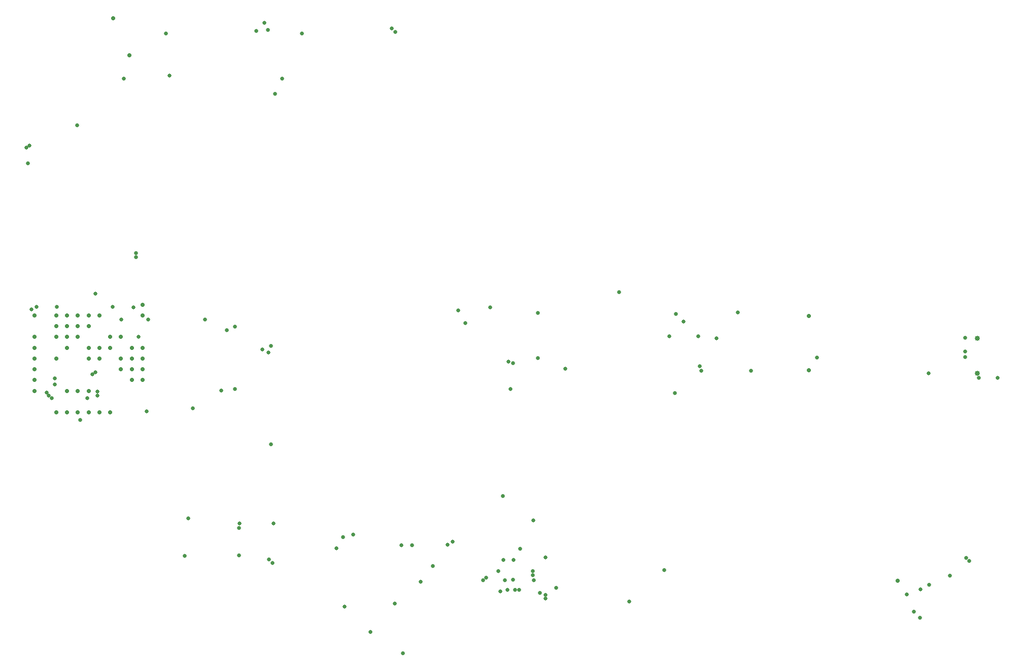
<source format=gbr>
G04 EAGLE Gerber RS-274X export*
G75*
%MOMM*%
%FSLAX34Y34*%
%LPD*%
%INSoldermask Bottom*%
%IPPOS*%
%AMOC8*
5,1,8,0,0,1.08239X$1,22.5*%
G01*
G04 Define Apertures*
%ADD10C,0.853200*%
%ADD11C,0.655600*%
%ADD12C,0.705600*%
D10*
X1592778Y-321300D03*
X1592778Y-263500D03*
D11*
X1547045Y-659953D03*
X1487490Y-719508D03*
X1497185Y-729895D03*
X1595520Y-328938D03*
X1626683Y-328938D03*
X1572668Y-262458D03*
X1102460Y-235450D03*
X1089995Y-222985D03*
X1127390Y-259688D03*
X1078915Y-259688D03*
X1130160Y-309548D03*
X1511728Y-322013D03*
X409268Y251378D03*
X238913Y245145D03*
X580315Y-753440D03*
X664108Y-669648D03*
X53323Y-340018D03*
X53323Y-330323D03*
X331015Y-350405D03*
X283925Y-380183D03*
X537380Y-711198D03*
X23545Y-211213D03*
X14543Y-214675D03*
X905098Y-314395D03*
X814380Y-348328D03*
D12*
X178000Y209000D03*
X151000Y271000D03*
D11*
X1215338Y-317858D03*
X1132238Y-317858D03*
X1087918Y-354560D03*
X184898Y-211905D03*
X780448Y-211905D03*
X551230Y-590703D03*
X1475025Y-691115D03*
X1579593Y-635023D03*
X1512420Y-674495D03*
X164815Y-231988D03*
X209135Y-231988D03*
X304700Y-231988D03*
X810225Y-302623D03*
D12*
X1460000Y-668000D03*
X1312000Y-226000D03*
D11*
X1574053Y-629483D03*
X1497878Y-682805D03*
X193208Y-260380D03*
X818535Y-304700D03*
D12*
X1312000Y-317000D03*
D11*
X621865Y247915D03*
X615633Y254148D03*
X48475Y-363563D03*
X432813Y170355D03*
X124650Y-358715D03*
X726433Y-216753D03*
X1193178Y-220215D03*
X1157860Y-263150D03*
X853160Y-666878D03*
X632253Y-608708D03*
X793605Y-652335D03*
X649565Y-608708D03*
X863548Y-688345D03*
X830308Y-614940D03*
X773523Y-662723D03*
X801915Y-632945D03*
X872550Y-698040D03*
X890555Y-680035D03*
X389878Y249993D03*
X403035Y263150D03*
X466053Y245145D03*
X189053Y-127420D03*
X621173Y-706350D03*
X684190Y-643333D03*
X90718Y92103D03*
X168970Y170355D03*
X414808Y-440430D03*
X6233Y54708D03*
X245145Y175203D03*
X797068Y-685575D03*
X634330Y-788758D03*
X400265Y-281848D03*
X108030Y-363563D03*
X409960Y-287388D03*
X340710Y-249993D03*
X804685Y-667570D03*
X410653Y-632253D03*
X414115Y-275615D03*
X418963Y-572005D03*
X11080Y58170D03*
X40165Y-353868D03*
X421040Y144733D03*
X361485Y-572005D03*
X360793Y-626020D03*
X360793Y-579623D03*
X353868Y-243760D03*
X207058Y-385030D03*
X808840Y-683498D03*
X416885Y-638485D03*
X276308Y-563695D03*
X270075Y-626713D03*
X9003Y28393D03*
X43628Y-358715D03*
X354560Y-347635D03*
X828230Y-683498D03*
X1011743Y-702888D03*
X57478Y-211213D03*
X150273Y-211213D03*
X534610Y-595550D03*
X821998Y-683498D03*
X1070605Y-650258D03*
X96258Y-399573D03*
X817843Y-666185D03*
X523530Y-613555D03*
X189053Y-121188D03*
X121188Y-189053D03*
X124650Y-352483D03*
X738898Y-237528D03*
X1572668Y-295005D03*
X1572668Y-285310D03*
X116340Y-323398D03*
X1325780Y-295698D03*
X995123Y-186283D03*
X121188Y-319935D03*
X852468Y-567158D03*
X801523Y-526380D03*
X872550Y-691808D03*
X872550Y-628790D03*
X768675Y-667570D03*
X819228Y-632945D03*
X851083Y-652335D03*
X717430Y-603168D03*
X851083Y-658568D03*
X709120Y-608015D03*
X860085Y-296390D03*
X860085Y-220908D03*
D12*
X200056Y-207000D03*
X200056Y-225000D03*
X128056Y-225000D03*
X110056Y-225000D03*
X92056Y-225000D03*
X74056Y-225000D03*
X56056Y-225000D03*
X20056Y-225000D03*
X110056Y-243000D03*
X92056Y-243000D03*
X74056Y-243000D03*
X56056Y-243000D03*
X164056Y-261000D03*
X146056Y-261000D03*
X92056Y-261000D03*
X74056Y-261000D03*
X56056Y-261000D03*
X20056Y-261000D03*
X200056Y-279000D03*
X182056Y-279000D03*
X146056Y-279000D03*
X128056Y-279000D03*
X110056Y-279000D03*
X74056Y-279000D03*
X20056Y-279000D03*
X200056Y-297000D03*
X182056Y-297000D03*
X146056Y-387000D03*
X128056Y-387000D03*
X110056Y-387000D03*
X92056Y-387000D03*
X74056Y-387000D03*
X56056Y-387000D03*
X20056Y-351000D03*
X74056Y-351000D03*
X92056Y-351000D03*
X110056Y-351000D03*
X20056Y-333000D03*
X182056Y-333000D03*
X200056Y-333000D03*
X20056Y-315000D03*
X164056Y-315000D03*
X182056Y-315000D03*
X200056Y-315000D03*
X20056Y-297000D03*
X56056Y-297000D03*
X110056Y-297000D03*
X128056Y-297000D03*
X164056Y-297000D03*
M02*

</source>
